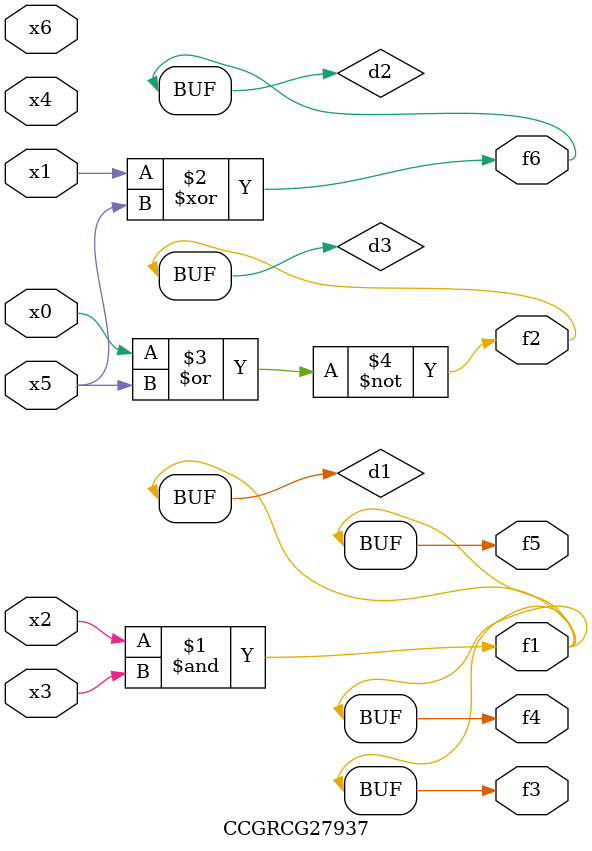
<source format=v>
module CCGRCG27937(
	input x0, x1, x2, x3, x4, x5, x6,
	output f1, f2, f3, f4, f5, f6
);

	wire d1, d2, d3;

	and (d1, x2, x3);
	xor (d2, x1, x5);
	nor (d3, x0, x5);
	assign f1 = d1;
	assign f2 = d3;
	assign f3 = d1;
	assign f4 = d1;
	assign f5 = d1;
	assign f6 = d2;
endmodule

</source>
